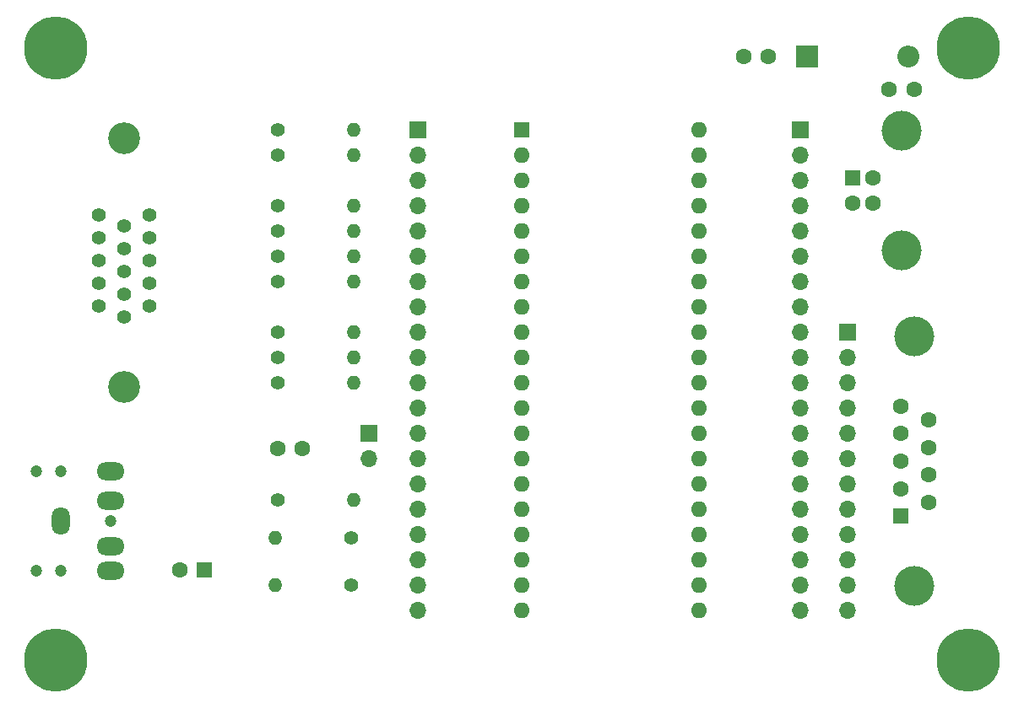
<source format=gbs>
G04 #@! TF.GenerationSoftware,KiCad,Pcbnew,(6.0.1)*
G04 #@! TF.CreationDate,2022-07-25T09:52:12-04:00*
G04 #@! TF.ProjectId,PicoVGA,5069636f-5647-4412-9e6b-696361645f70,2*
G04 #@! TF.SameCoordinates,Original*
G04 #@! TF.FileFunction,Soldermask,Bot*
G04 #@! TF.FilePolarity,Negative*
%FSLAX46Y46*%
G04 Gerber Fmt 4.6, Leading zero omitted, Abs format (unit mm)*
G04 Created by KiCad (PCBNEW (6.0.1)) date 2022-07-25 09:52:12*
%MOMM*%
%LPD*%
G01*
G04 APERTURE LIST*
%ADD10C,6.350000*%
%ADD11R,1.700000X1.700000*%
%ADD12O,1.700000X1.700000*%
%ADD13C,3.200000*%
%ADD14C,1.397000*%
%ADD15C,1.400000*%
%ADD16O,1.400000X1.400000*%
%ADD17R,2.200000X2.200000*%
%ADD18O,2.200000X2.200000*%
%ADD19C,1.600000*%
%ADD20R,1.600000X1.600000*%
%ADD21O,1.600000X1.600000*%
%ADD22C,4.000000*%
%ADD23C,1.200000*%
%ADD24O,2.800000X1.800000*%
%ADD25O,1.800000X2.800000*%
G04 APERTURE END LIST*
D10*
X79406000Y-154906000D03*
X170906000Y-154906000D03*
X170906000Y-93406000D03*
X79406000Y-93406000D03*
D11*
X115692000Y-101600000D03*
D12*
X115692000Y-104140000D03*
X115692000Y-106680000D03*
X115692000Y-109220000D03*
X115692000Y-111760000D03*
X115692000Y-114300000D03*
X115692000Y-116840000D03*
X115692000Y-119380000D03*
X115692000Y-121920000D03*
X115692000Y-124460000D03*
X115692000Y-127000000D03*
X115692000Y-129540000D03*
X115692000Y-132080000D03*
X115692000Y-134620000D03*
X115692000Y-137160000D03*
X115692000Y-139700000D03*
X115692000Y-142240000D03*
X115692000Y-144780000D03*
X115692000Y-147320000D03*
X115692000Y-149860000D03*
D13*
X86262410Y-102478990D03*
X86262410Y-127467510D03*
D14*
X88802410Y-119283630D03*
X88802410Y-116992550D03*
X88802410Y-114706550D03*
X88802410Y-112412930D03*
X88802410Y-110124390D03*
X86262410Y-120429170D03*
X86262410Y-118138090D03*
X86262410Y-115847010D03*
X86262410Y-113558470D03*
X86262410Y-111267390D03*
X83722410Y-119283630D03*
X83722410Y-116992550D03*
X83724950Y-114704010D03*
X83722410Y-112412930D03*
X83722410Y-110124390D03*
D15*
X101600000Y-124460000D03*
D16*
X109220000Y-124460000D03*
D15*
X101600000Y-121920000D03*
D16*
X109220000Y-121920000D03*
D15*
X101600000Y-116840000D03*
D16*
X109220000Y-116840000D03*
D15*
X101600000Y-138811000D03*
D16*
X109220000Y-138811000D03*
D15*
X101600000Y-114300000D03*
D16*
X109220000Y-114300000D03*
D15*
X101600000Y-111760000D03*
D16*
X109220000Y-111760000D03*
D15*
X101600000Y-109220000D03*
D16*
X109220000Y-109220000D03*
D15*
X108966000Y-142621000D03*
D16*
X101346000Y-142621000D03*
D15*
X108966000Y-147320000D03*
D16*
X101346000Y-147320000D03*
D15*
X101600000Y-104140000D03*
D16*
X109220000Y-104140000D03*
D15*
X101600000Y-101600000D03*
D16*
X109220000Y-101600000D03*
D17*
X154686000Y-94234000D03*
D18*
X164846000Y-94234000D03*
D19*
X162961000Y-97536000D03*
X165461000Y-97536000D03*
D11*
X110744000Y-132075000D03*
D12*
X110744000Y-134615000D03*
D11*
X154051000Y-101600000D03*
D12*
X154051000Y-104140000D03*
X154051000Y-106680000D03*
X154051000Y-109220000D03*
X154051000Y-111760000D03*
X154051000Y-114300000D03*
X154051000Y-116840000D03*
X154051000Y-119380000D03*
X154051000Y-121920000D03*
X154051000Y-124460000D03*
X154051000Y-127000000D03*
X154051000Y-129540000D03*
X154051000Y-132080000D03*
X154051000Y-134620000D03*
X154051000Y-137160000D03*
X154051000Y-139700000D03*
X154051000Y-142240000D03*
X154051000Y-144780000D03*
X154051000Y-147320000D03*
X154051000Y-149860000D03*
D15*
X101600000Y-127000000D03*
D16*
X109220000Y-127000000D03*
D20*
X126106000Y-101600000D03*
D21*
X126106000Y-104140000D03*
X126106000Y-106680000D03*
X126106000Y-109220000D03*
X126106000Y-111760000D03*
X126106000Y-114300000D03*
X126106000Y-116840000D03*
X126106000Y-119380000D03*
X126106000Y-121920000D03*
X126106000Y-124460000D03*
X126106000Y-127000000D03*
X126106000Y-129540000D03*
X126106000Y-132080000D03*
X126106000Y-134620000D03*
X126106000Y-137160000D03*
X126106000Y-139700000D03*
X126106000Y-142240000D03*
X126106000Y-144780000D03*
X126106000Y-147320000D03*
X126106000Y-149860000D03*
X143886000Y-149860000D03*
X143886000Y-147320000D03*
X143886000Y-144780000D03*
X143886000Y-142240000D03*
X143886000Y-139700000D03*
X143886000Y-137160000D03*
X143886000Y-134620000D03*
X143886000Y-132080000D03*
X143886000Y-129540000D03*
X143886000Y-127000000D03*
X143886000Y-124460000D03*
X143886000Y-121920000D03*
X143886000Y-119380000D03*
X143886000Y-116840000D03*
X143886000Y-114300000D03*
X143886000Y-111760000D03*
X143886000Y-109220000D03*
X143886000Y-106680000D03*
X143886000Y-104140000D03*
X143886000Y-101600000D03*
D11*
X158750000Y-121915000D03*
D12*
X158750000Y-124455000D03*
X158750000Y-126995000D03*
X158750000Y-129535000D03*
X158750000Y-132075000D03*
X158750000Y-134615000D03*
X158750000Y-137155000D03*
X158750000Y-139695000D03*
X158750000Y-142235000D03*
X158750000Y-144775000D03*
X158750000Y-147315000D03*
X158750000Y-149855000D03*
D19*
X150856000Y-94234000D03*
X148356000Y-94234000D03*
D20*
X94296113Y-145796000D03*
D19*
X91796113Y-145796000D03*
X101620000Y-133604000D03*
X104120000Y-133604000D03*
D20*
X159328500Y-106446000D03*
D19*
X159328500Y-108946000D03*
X161328500Y-108946000D03*
X161328500Y-106446000D03*
D22*
X164188500Y-101696000D03*
X164188500Y-113696000D03*
X165504000Y-122384000D03*
X165504000Y-147384000D03*
D20*
X164084000Y-140424000D03*
D19*
X164084000Y-137654000D03*
X164084000Y-134884000D03*
X164084000Y-132114000D03*
X164084000Y-129344000D03*
X166924000Y-139039000D03*
X166924000Y-136269000D03*
X166924000Y-133499000D03*
X166924000Y-130729000D03*
D23*
X79906000Y-145906000D03*
X77406000Y-135906000D03*
X79906000Y-135906000D03*
X77406000Y-145906000D03*
X84906000Y-140906000D03*
D24*
X84906000Y-135906000D03*
X84906000Y-138906000D03*
D25*
X79906000Y-140906000D03*
D24*
X84906000Y-145906000D03*
X84906000Y-143406000D03*
M02*

</source>
